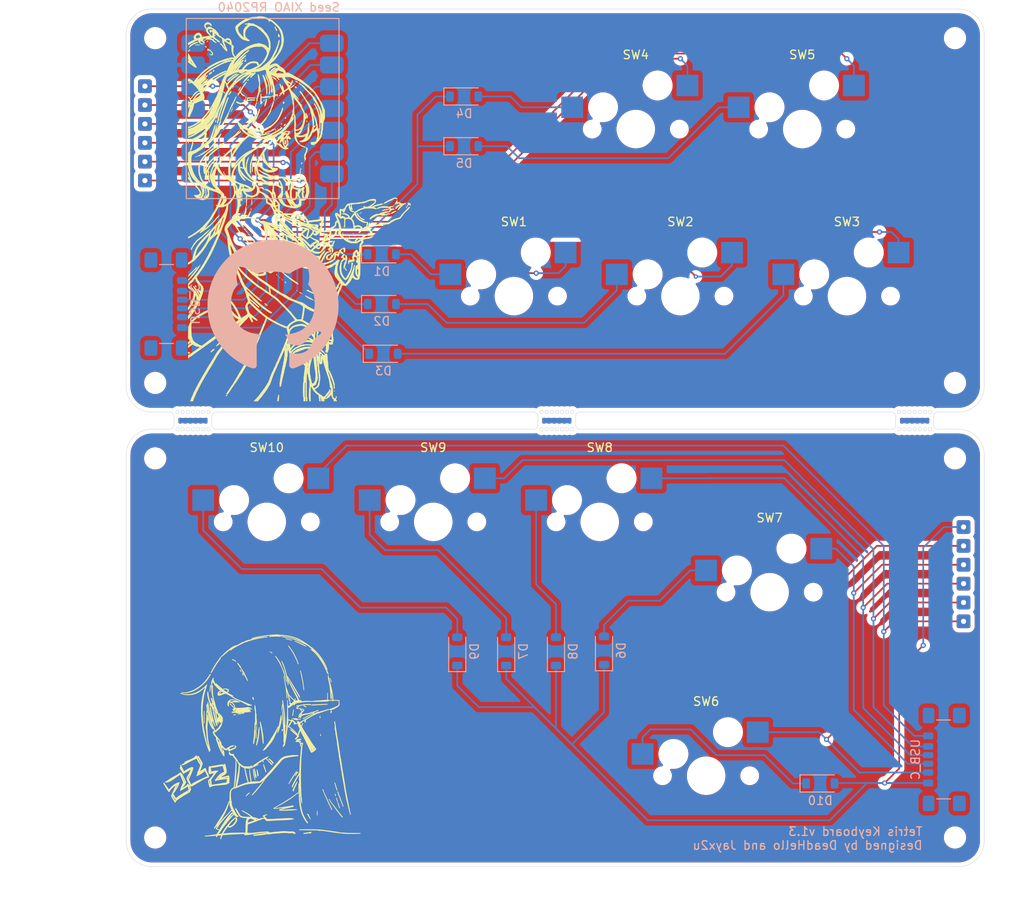
<source format=kicad_pcb>
(kicad_pcb (version 20240108) (generator "pcbnew") (generator_version "8.0")
  (layers (0 "F.Cu" signal) (31 "B.Cu" signal) (34 "B.Paste" user) (35 "F.Paste" user) (36 "B.SilkS" user "B.Silkscreen") (37 "F.SilkS" user "F.Silkscreen") (38 "B.Mask" user) (39 "F.Mask" user) (44 "Edge.Cuts" user))
  (net 0 "")
  (net 1 "Col5")
  (net 2 "Col4")
  (net 3 "Col2")
  (net 4 "Col3")
  (net 5 "Col1")
  (net 6 "Row2")
  (net 7 "Row1")
  (net 8 "Col5-B")
  (net 9 "Col4-B")
  (net 10 "Col3-B")
  (net 11 "Col1-B")
  (net 12 "Col2-B")
  (net 13 "Row2-B")
  (net 14 "GND")
  (footprint "LOGO" (layer "F.Cu") (at 39.300409 53.591122)
    (property "Reference" "G***" (hide yes))
    (property "Value" "LOGO" (hide yes))
  )
  (footprint "MountingHole:MountingHole_2.1mm" (layer "F.Cu") (at 22 128.4)
    (property "Reference" "2.1mm" (hide yes))
    (property "Value" "MountingHole_2.1mm")
  )
  (footprint "CherryMX_KailhSocket:CherryMX_1.00u_KailhSocket" (layer "F.Cu") (at 54.4 91.6)
    (property "Reference" "SW9")
    (property "Value" "CherryMX_1.00u_KailhSocket")
  )
  (footprint "" (layer "F.Cu") (at 20.8 47.4)
    (property "Reference" "")
    (property "Value" "")
  )
  (footprint "MountingHole:MountingHole_2.1mm" (layer "F.Cu") (at 115.2 128.4)
    (property "Reference" "2.1mm" (hide yes))
    (property "Value" "MountingHole_2.1mm")
  )
  (footprint "" (layer "F.Cu") (at 116.2 103.2)
    (property "Reference" "")
    (property "Value" "")
  )
  (footprint "" (layer "F.Cu") (at 116.2 92.2)
    (property "Reference" "")
    (property "Value" "")
  )
  (footprint "CherryMX_KailhSocket:CherryMX_1.00u_KailhSocket" (layer "F.Cu") (at 86.2 121.2)
    (property "Reference" "SW6")
    (property "Value" "CherryMX_1.00u_KailhSocket")
  )
  (footprint "CherryMX_KailhSocket:CherryMX_1.00u_KailhSocket" (layer "F.Cu") (at 63.8 65.28)
    (property "Reference" "SW1")
    (property "Value" "CherryMX_1.00u_KailhSocket")
  )
  (footprint "MountingHole:MountingHole_2.1mm" (layer "F.Cu") (at 115.2 35.2)
    (property "Reference" "2.1mm" (hide yes))
    (property "Value" "MountingHole_2.1mm")
  )
  (footprint "CherryMX_KailhSocket:CherryMX_1.00u_KailhSocket" (layer "F.Cu") (at 78 45.8)
    (property "Reference" "SW4")
    (property "Value" "CherryMX_1.00u_KailhSocket")
  )
  (footprint "" (layer "F.Cu") (at 20.8 51.8)
    (property "Reference" "")
    (property "Value" "")
  )
  (footprint "CherryMX_KailhSocket:CherryMX_1.00u_KailhSocket" (layer "F.Cu") (at 97.4 45.8)
    (property "Reference" "SW5")
    (property "Value" "CherryMX_1.00u_KailhSocket")
  )
  (footprint "" (layer "F.Cu") (at 116.2 94.4)
    (property "Reference" "")
    (property "Value" "")
  )
  (footprint "CherryMX_KailhSocket:CherryMX_1.00u_KailhSocket" (layer "F.Cu") (at 35 91.6)
    (property "Reference" "SW10")
    (property "Value" "CherryMX_1.00u_KailhSocket")
  )
  (footprint "" (layer "F.Cu") (at 20.8 45.2)
    (property "Reference" "")
    (property "Value" "")
  )
  (footprint "" (layer "F.Cu") (at 20.8 43)
    (property "Reference" "")
    (property "Value" "")
  )
  (footprint "CherryMX_KailhSocket:CherryMX_1.00u_KailhSocket" (layer "F.Cu") (at 93.6 99.8)
    (property "Reference" "SW7")
    (property "Value" "CherryMX_1.00u_KailhSocket")
  )
  (footprint "CherryMX_KailhSocket:CherryMX_1.00u_KailhSocket" (layer "F.Cu") (at 102.61 65.28)
    (property "Reference" "SW3")
    (property "Value" "CherryMX_1.00u_KailhSocket")
  )
  (footprint "" (layer "F.Cu") (at 116.2 96.6)
    (property "Reference" "")
    (property "Value" "")
  )
  (footprint "MountingHole:MountingHole_2.1mm" (layer "F.Cu") (at 22 84.2)
    (property "Reference" "2.1mm" (hide yes))
    (property "Value" "MountingHole_2.1mm")
  )
  (footprint "MountingHole:MountingHole_2.1mm" (layer "F.Cu") (at 22 35.2)
    (property "Reference" "2.1mm" (hide yes))
    (property "Value" "MountingHole_2.1mm")
  )
  (footprint "CherryMX_KailhSocket:CherryMX_1.00u_KailhSocket" (layer "F.Cu") (at 73.8 91.6)
    (property "Reference" "SW8")
    (property "Value" "CherryMX_1.00u_KailhSocket")
  )
  (footprint "LOGO" (layer "F.Cu") (at 51.5 45.4)
    (property "Reference" "G***" (hide yes))
    (property "Value" "LOGO" (hide yes))
  )
  (footprint "MountingHole:MountingHole_2.1mm" (layer "F.Cu") (at 115.2 84.2)
    (property "Reference" "REF**" (hide yes))
    (property "Value" "MountingHole_2.1mm")
  )
  (footprint "" (layer "F.Cu") (at 116.2 98.8)
    (property "Reference" "")
    (property "Value" "")
  )
  (footprint "CherryMX_KailhSocket:CherryMX_1.00u_KailhSocket" (layer "F.Cu") (at 83.2 65.28)
    (property "Reference" "SW2")
    (property "Value" "CherryMX_1.00u_KailhSocket")
  )
  (footprint "Connector_Wire:SolderWire-0.1sqmm_1x01_D0.4mm_OD1mm" (layer "F.Cu") (at 20.8 40.8)
    (property "Reference" "REF**" (hide yes))
    (property "Value" "SolderWire-0.1sqmm_1x01_D0.4mm_OD1mm")
  )
  (footprint "MountingHole:MountingHole_2.1mm" (layer "F.Cu") (at 115.2 75.4)
    (property "Reference" "REF**" (hide yes))
    (property "Value" "MountingHole_2.1mm")
  )
  (footprint "MountingHole:MountingHole_2.1mm" (layer "F.Cu") (at 22 75.4)
    (property "Reference" "2.1mm" (hide yes))
    (property "Value" "MountingHole_2.1mm")
  )
  (footprint "" (layer "F.Cu") (at 20.8 49.6)
    (property "Reference" "")
    (property "Value" "")
  )
  (footprint "LOGO" (layer "F.Cu") (at 35.2 117)
    (property "Reference" "NO" (hide yes))
    (property "Value" "LOGO" (hide yes))
  )
  (footprint "" (layer "F.Cu") (at 116.2 101)
    (property "Reference" "")
    (property "Value" "")
  )
  (footprint "LOGO" (layer "F.Cu") (at 61.908212 116.81918)
    (property "Reference" "G***" (hide yes))
    (property "Value" "LOGO" (hide yes))
  )
  (footprint "Connector_USB:USB_C_Receptacle_GCT_USB4135-GF-A_6P_TopMnt_Horizontal" (layer "B.Cu") (at 22.1 66.2 90)
    (property "Reference" "USB_C")
    (property "Value" "USB_C_Receptacle_GCT_USB4135-GF-A_6P_TopMnt_Horizontal")
  )
  (footprint "LOGO" (layer "B.Cu") (at 43.3 122.8 180)
    (property "Reference" "G***" (hide yes))
    (property "Value" "LOGO" (hide yes))
  )
  (footprint "Diode_SMD:D_SOD-123" (layer "B.Cu") (at 68.7 106.7 90)
    (property "Reference" "D8")
    (property "Value" "1N4148W")
  )
  (footprint "Diode_SMD:D_SOD-123" (layer "B.Cu") (at 62.9 106.7 90)
    (property "Reference" "D7")
    (property "Value" "1N4148W")
  )
  (footprint "Diode_SMD:D_SOD-123" (layer "B.Cu") (at 58 42)
    (property "Reference" "D4")
    (property "Value" "1N4148W")
  )
  (footprint "Diode_SMD:D_SOD-123" (layer "B.Cu") (at 99.5 122.1)
    (property "Reference" "D10")
    (property "Value" "1N4148W")
  )
  (footprint "LOGO" (layer "B.Cu") (at 35.7 66.2 180)
    (property "Reference" "G***" (hide yes))
    (property "Value" "LOGO" (hide yes))
  )
  (footprint "Diode_SMD:D_SOD-123" (layer "B.Cu") (at 57.2 106.7 90)
    (property "Reference" "D9")
    (property "Value" "1N4148W")
  )
  (footprint "Connector_USB:USB_C_Receptacle_GCT_USB4135-GF-A_6P_TopMnt_Horizontal" (layer "B.Cu") (at 115.1 119.3 -90)
    (property "Reference" "USB_C")
    (property "Value" "USB_C_Receptacle_GCT_USB4135-GF-A_6P_TopMnt_Horizontal")
  )
  (footprint "Diode_SMD:D_SOD-123" (layer "B.Cu") (at 74.3 106.6 90)
    (property "Reference" "D6")
    (property "Value" "1N4148W")
  )
  (footprint "Diode_SMD:D_SOD-123" (layer "B.Cu") (at 58 47.8)
    (property "Reference" "D5")
    (property "Value" "1N4148W")
  )
  (footprint "Diode_SMD:D_SOD-123" (layer "B.Cu") (at 48.4 60.4)
    (property "Reference" "D1")
    (property "Value" "1N4148W")
  )
  (footprint "XIAO_PCB:MOUDLE14P-SMD-2.54-21X17.8MM" (layer "B.Cu") (at 43.4175 53.905 180)
    (property "Reference" "Seed XIAO RP2040")
    (property "Value" "MOUDLE14P-SMD-2.54-21X17.8MM")
  )
  (footprint "Diode_SMD:D_SOD-123" (layer "B.Cu") (at 48.4 66.2)
    (property "Reference" "D2")
    (property "Value" "1N4148W")
  )
  (footprint "Diode_SMD:D_SOD-123" (layer "B.Cu") (at 48.6 72)
    (property "Reference" "D3")
    (property "Value" "1N4148W")
  )
  (gr_circle (center 67.6 78.8) (end 67.8 78.8) (stroke (width 0.05)) (fill none) (layer "Edge.Cuts"))
  (gr_circle (center 27.6 80.8) (end 27.8 80.8) (stroke (width 0.05)) (fill none) (layer "Edge.Cuts"))
  (gr_line (start 115.6 78.8) (end 113.2 78.8) (stroke (width 0.05)) (layer "Edge.Cuts"))
  (gr_arc (start 18.6 34.8) (mid 19.47868 32.67868) (end 21.6 31.8) (stroke (width 0.05)) (layer "Edge.Cuts"))
  (gr_circle (center 68.8 78.8) (end 69 78.8) (stroke (width 0.05)) (fill none) (layer "Edge.Cuts"))
  (gr_circle (center 108.7 78.8) (end 108.9 78.8) (stroke (width 0.05)) (fill none) (layer "Edge.Cuts"))
  (gr_line (start 66.6 79.3) (end 66.6 80.3) (stroke (width 0.05)) (layer "Edge.Cuts"))
  (gr_circle (center 28.2 80.8) (end 28.2 81) (stroke (width 0.05)) (fill none) (layer "Edge.Cuts"))
  (gr_circle (center 111.1 78.8) (end 111.3 78.8) (stroke (width 0.05)) (fill none) (layer "Edge.Cuts"))
  (gr_circle (center 111.7 78.8) (end 111.9 78.8) (stroke (width 0.05)) (fill none) (layer "Edge.Cuts"))
  (gr_arc (start 108.3 80.3) (mid 108.153553 80.653553) (end 107.8 80.8) (stroke (width 0.05)) (layer "Edge.Cuts"))
  (gr_circle (center 111.1 80.8) (end 111.3 80.8) (stroke (width 0.05)) (fill none) (layer "Edge.Cuts"))
  (gr_circle (center 67 78.8) (end 67.2 78.8) (stroke (width 0.05)) (fill none) (layer "Edge.Cuts"))
  (gr_circle (center 112.3 80.8) (end 112.3 81) (stroke (width 0.05)) (fill none) (layer "Edge.Cuts"))
  (gr_circle (center 24.6 80.8) (end 24.8 80.8) (stroke (width 0.05)) (fill none) (layer "Edge.Cuts"))
  (gr_line (start 18.6 75.8) (end 18.6 34.8) (stroke (width 0.05)) (layer "Edge.Cuts"))
  (gr_circle (center 68.8 80.8) (end 69 80.8) (stroke (width 0.05)) (fill none) (layer "Edge.Cuts"))
  (gr_arc (start 66.6 80.3) (mid 66.453553 80.653553) (end 66.1 80.8) (stroke (width 0.05)) (layer "Edge.Cuts"))
  (gr_arc (start 118.6 75.8) (mid 117.72132 77.92132) (end 115.6 78.8) (stroke (width 0.05)) (layer "Edge.Cuts"))
  (gr_arc (start 21.6 78.8) (mid 19.47868 77.92132) (end 18.6 75.8) (stroke (width 0.05)) (layer "Edge.Cuts"))
  (gr_line (start 115.61 131.8) (end 21.61 131.8) (stroke (width 0.05)) (layer "Edge.Cuts"))
  (gr_circle (center 70.6 80.8) (end 70.6 81) (stroke (width 0.05)) (fill none) (layer "Edge.Cuts"))
  (gr_circle (center 24.6 78.8) (end 24.8 78.8) (stroke (width 0.05)) (fill none) (layer "Edge.Cuts"))
  (gr_circle (center 69.4 80.8) (end 69.6 80.8) (stroke (width 0.05)) (fill none) (layer "Edge.Cuts"))
  (gr_circle (center 70 80.8) (end 70.2 80.8) (stroke (width 0.05)) (fill none) (layer "Edge.Cuts"))
  (gr_line (start 29.1 80.8) (end 66.1 80.8) (stroke (width 0.05)) (layer "Edge.Cuts"))
  (gr_arc (start 107.8 78.8) (mid 108.153553 78.946447) (end 108.3 79.3) (stroke (width 0.05)) (layer "Edge.Cuts"))
  (gr_circle (center 109.9 80.8) (end 110.1 80.8) (stroke (width 0.05)) (fill none) (layer "Edge.Cuts"))
  (gr_arc (start 24.2 80.3) (mid 24.053553 80.653553) (end 23.7 80.8) (stroke (width 0.05)) (layer "Edge.Cuts"))
  (gr_arc (start 115.61 80.8) (mid 117.73132 81.67868) (end 118.61 83.8) (stroke (width 0.05)) (layer "Edge.Cuts"))
  (gr_line (start 24.2 79.3) (end 24.2 80.3) (stroke (width 0.05)) (layer "Edge.Cuts"))
  (gr_circle (center 25.8 80.8) (end 26 80.8) (stroke (width 0.05)) (fill none) (layer "Edge.Cuts"))
  (gr_circle (center 109.9 78.8) (end 110.1 78.8) (stroke (width 0.05)) (fill none) (layer "Edge.Cuts"))
  (gr_circle (center 109.3 78.8) (end 109.5 78.8) (stroke (width 0.05)) (fill none) (layer "Edge.Cuts"))
  (gr_circle (center 25.2 80.8) (end 25.4 80.8) (stroke (width 0.05)) (fill none) (layer "Edge.Cuts"))
  (gr_arc (start 28.6 79.3) (mid 28.746447 78.946447) (end 29.1 78.8) (stroke (width 0.05)) (layer "Edge.Cuts"))
  (gr_circle (center 26.4 78.8) (end 26.6 78.8) (stroke (width 0.05)) (fill none) (layer "Edge.Cuts"))
  (gr_line (start 21.61 80.8) (end 23.7 80.8) (stroke (width 0.05)) (layer "Edge.Cuts"))
  (gr_arc (start 18.61 83.8) (mid 19.48868 81.67868) (end 21.61 80.8) (stroke (width 0.05)) (layer "Edge.Cuts"))
  (gr_arc (start 66.1 78.8) (mid 66.453553 78.946447) (end 66.6 79.3) (stroke (width 0.05)) (layer "Edge.Cuts"))
  (gr_circle (center 108.7 80.8) (end 108.9 80.8) (stroke (width 0.05)) (fill none) (layer "Edge.Cuts"))
  (gr_line (start 112.7 79.3) (end 112.7 80.3) (stroke (width 0.05)) (layer "Edge.Cuts"))
  (gr_line (start 28.6 79.3) (end 28.6 80.3) (stroke (width 0.05)) (layer "Edge.Cuts"))
  (gr_circle (center 112.3 78.8) (end 112.3 79) (stroke (width 0.05)) (fill none) (layer "Edge.Cuts"))
  (gr_circle (center 67 80.8) (end 67.2 80.8) (stroke (width 0.05)) (fill none) (layer "Edge.Cuts"))
  (gr_arc (start 118.61 128.8) (mid 117.73132 130.92132) (end 115.61 131.8) (stroke (width 0.05)) (layer "Edge.Cuts"))
  (gr_circle (center 67.6 80.8) (end 67.8 80.8) (stroke (width 0.05)) (fill none) (layer "Edge.Cuts"))
  (gr_circle (center 110.5 78.8) (end 110.7 78.8) (stroke (width 0.05)) (fill none) (layer "Edge.Cuts"))
  (gr_arc (start 113.2 80.8) (mid 112.846447 80.653553) (end 112.7 80.3) (stroke (width 0.05)) (layer "Edge.Cuts"))
  (gr_line (start 29.1 78.8) (end 66.1 78.8) (stroke (width 0.05)) (layer "Edge.Cuts"))
  (gr_circle (center 27 78.8) (end 27.2 78.8) (stroke (width 0.05)) (fill none) (layer "Edge.Cuts"))
  (gr_circle (center 111.7 80.8) (end 111.9 80.8) (stroke (width 0.05)) (fill none) (layer "Edge.Cuts"))
  (gr_circle (center 70.6 78.8) (end 70.6 79) (stroke (width 0.05)) (fill none) (layer "Edge.Cuts"))
  (gr_circle (center 68.2 80.8) (end 68.4 80.8) (stroke (width 0.05)) (fill none) (layer "Edge.Cuts"))
  (gr_line (start 23.7 78.8) (end 21.6 78.8) (stroke (width 0.05)) (layer "Edge.Cuts"))
  (gr_line (start 113.2 80.8) (end 115.61 80.8) (stroke (width 0.05)) (layer "Edge.Cuts"))
  (gr_line (start 71.5 80.8) (end 107.8 80.8) (stroke (width 0.05)) (layer "Edge.Cuts"))
  (gr_arc (start 115.6 31.8) (mid 117.72132 32.67868) (end 118.6 34.8) (stroke (width 0.05)) (layer "Edge.Cuts"))
  (gr_circle (center 25.8 78.8) (end 26 78.8) (stroke (width 0.05)) (fill none) (layer "Edge.Cuts"))
  (gr_line (start 21.6 31.8) (end 115.6 31.8) (stroke (width 0.05)) (layer "Edge.Cuts"))
  (gr_circle (center 68.2 78.8) (end 68.4 78.8) (stroke (width 0.05)) (fill none) (layer "Edge.Cuts"))
  (gr_circle (center 28.2 78.8) (end 28.2 79) (stroke (width 0.05)) (fill none) (layer "Edge.Cuts"))
  (gr_line (start 107.8 78.8) (end 71.5 78.8) (stroke (width 0.05)) (layer "Edge.Cuts"))
  (gr_circle (center 26.4 80.8) (end 26.6 80.8) (stroke (width 0.05)) (fill none) (layer "Edge.Cuts"))
  (gr_arc (start 112.7 79.3) (mid 112.846447 78.946447) (end 113.2 78.8) (stroke (width 0.05)) (layer "Edge.Cuts"))
  (gr_arc (start 71.5 80.8) (mid 71.146447 80.653553) (end 71 80.3) (stroke (width 0.05)) (layer "Edge.Cuts"))
  (gr_circle (center 25.2 78.8) (end 25.4 78.8) (stroke (width 0.05)) (fill none) (layer "Edge.Cuts"))
  (gr_circle (center 70 78.8) (end 70.2 78.8) (stroke (width 0.05)) (fill none) (layer "Edge.Cuts"))
  (gr_arc (start 71 79.3) (mid 71.146447 78.946447) (end 71.5 78.8) (stroke (width 0.05)) (layer "Edge.Cuts"))
  (gr_circle (center 27 80.8) (end 27.2 80.8) (stroke (width 0.05)) (fill none) (layer "Edge.Cuts"))
  (gr_circle (center 110.5 80.8) (end 110.7 80.8) (stroke (width 0.05)) (fill none) (layer "Edge.Cuts"))
  (gr_line (start 118.6 34.8) (end 118.6 75.8) (stroke (width 0.05)) (layer "Edge.Cuts"))
  (gr_circle (center 69.4 78.8) (end 69.6 78.8) (stroke (width 0.05)) (fill none) (layer "Edge.Cuts"))
  (gr_arc (start 23.7 78.8) (mid 24.053553 78.946447) (end 24.2 79.3) (stroke (width 0.05)) (layer "Edge.Cuts"))
  (gr_line (start 108.3 79.3) (end 108.3 80.3) (stroke (width 0.05)) (layer "Edge.Cuts"))
  (gr_circle (center 27.6 78.8) (end 27.8 78.8) (stroke (width 0.05)) (fill none) (layer "Edge.Cuts"))
  (gr_circle (center 109.3 80.8) (end 109.5 80.8) (stroke (width 0.05)) (fill none) (layer "Edge.Cuts"))
  (gr_line (start 118.61 83.8) (end 118.61 128.8) (stroke (width 0.05)) (layer "Edge.Cuts"))
  (gr_line (start 18.61 128.8) (end 18.61 83.8) (stroke (width 0.05)) (layer "Edge.Cuts"))
  (gr_arc (start 21.61 131.8) (mid 19.48868 130.92132) (end 18.61 128.8) (stroke (width 0.05)) (layer "Edge.Cuts"))
  (gr_line (start 71 79.3) (end 71 80.3) (stroke (width 0.05)) (layer "Edge.Cuts"))
  (gr_arc (start 29.1 80.8) (mid 28.746447 80.653553) (end 28.6 80.3) (stroke (width 0.05)) (layer "Edge.Cuts"))
  (gr_text "Tetris Keyboard v1.3\nDesigned by DeadHello and Jayx2u" (at 111.5 129.9 0) (layer "B.SilkS") (effects (font (size 1 1)) (justify left bottom mirror)))
  (segment (start 38.8 51.8) (end 20.8 51.8) (width 0.2) (layer "F.Cu") (net 1))
  (segment (start 102.6 37.6) (end 102 37) (width 0.2) (layer "F.Cu") (net 1))
  (segment (start 55.56 56.6) (end 39.1 56.6) (width 0.2) (layer "F.Cu") (net 1))
  (segment (start 75.16 37) (end 55.56 56.6) (width 0.2) (layer "F.Cu") (net 1))
  (segment (start 102 37) (end 75.16 37) (width 0.2) (layer "F.Cu") (net 1))
  (segment (start 39.1 56.6) (end 38.63 56.13) (width 0.2) (layer "F.Cu") (net 1))
  (via (at 102.6 37.6) (size 0.6) (drill 0.3) (layers "F.Cu" "B.Cu") (net 1))
  (via (at 38.63 56.13) (size 0.6) (drill 0.3) (layers "F.Cu" "B.Cu") (net 1))
  (via (at 38.8 51.8) (size 0.6) (drill 0.3) (layers "F.Cu" "B.Cu") (net 1))
  (segment (start 39.4 51.8) (end 38.8 51.8) (width 0.2) (layer "B.Cu") (net 1))
  (segment (start 38.63 56.13) (end 38.56 56.2) (width 0.2) (layer "B.Cu") (net 1))
  (segment (start 38.56 64.64) (end 35.4 67.8) (width 0.2) (layer "B.Cu") (net 1))
  (segment (start 40.715 48.485) (end 40 49.2) (width 0.2) (layer "B.Cu") (net 1))
  (segment (start 42.5825 48.485) (end 40.715 48.485) (width 0.2) (layer "B.Cu") (net 1))
  (segment (start 103.415 40.72) (end 103.415 38.415) (width 0.2) (layer "B.Cu") (net 1))
  (segment (start 38.56 56.2) (end 38.56 64.64) (width 0.2) (layer "B.Cu") (net 1))
  (segment (start 40 54.76) (end 38.63 56.13) (width 0.2) (layer "B.Cu") (net 1))
  (segment (start 40 52.4) (end 39.4 51.8) (width 0.2) (layer "B.Cu") (net 1))
  (segment (start 34.25 68.95) (end 35.4 67.8) (width 0.2) (layer "B.Cu") (net 1))
  (segment (start 40 52.4) (end 40 54.76) (width 0.2) (layer "B.Cu") (net 1))
  (segment (start 40 49.2) (end 40 52.4) (width 0.2) (layer "B.Cu") (net 1))
  (segment (start 103.415 38.415) (end 102.6 37.6) (width 0.2) (layer "B.Cu") (net 1))
  (segment (start 25.1325 68.95) (end 34.25 68.95) (width 0.2) (layer "B.Cu") (net 1))
  (segment (start 36.9 49.7) (end 36.8 49.6) (width 0.2) (layer "F.Cu") (net 2))
  (segment (start 56.16 57.2) (end 37.16 57.2) (width 0.2) (layer "F.Cu") (net 2))
  (segment (start 36.8 49.6) (end 20.8 49.6) (width 0.2) (layer "F.Cu") (net 2))
  (segment (start 83.2 37.6) (end 75.76 37.6) (width 0.2) (layer "F.Cu") (net 2))
  (segment (start 75.76 37.6) (end 56.16 57.2) (width 0.2) (layer "F.Cu") (net 2))
  (segment (start 37.16 57.2) (end 36.36 56.4) (width 0.2) (layer "F.Cu") (net 2))
  (via (at 36.36 56.4) (size 0.6) (drill 0.3) (layers "F.Cu" "B.Cu") (net 2))
  (via (at 83.2 37.6) (size 0.6) (drill 0.3) (layers "F.Cu" "B.Cu") (net 2))
  (via (at 36.9 49.7) (size 0.6) (drill 0.3) (layers "F.Cu" "B.Cu") (net 2))
  (segment (start 37.8 50) (end 37.8 54.96) (width 0.2) (layer "B.Cu") (net 2))
  (segment (start 34.4 66.8) (end 36.36 64.84) (width 0.2) (layer "B.Cu") (net 2))
  (segment (start 36.9 49.7) (end 37.4 49.7) (width 0.2) (layer "B.Cu") (net 2))
  (segment (start 37.8 54.96) (end 36.36 56.4) (width 0.2) (layer "B.Cu") (net 2))
  (segment (start 37.4 49.7) (end 37.8 50.1) (width 0.2) (layer "B.Cu") (net 2))
  (segment (start 84.015 40.72) (end 84.015 38.415) (width 0.2) (layer "B.Cu") (net 2))
  (segment (start 36.36 64.84) (end 36.36 56.4) (width 0.2) (layer "B.Cu") (net 2))
  (segment (start 34.4 66.805736) (end 33.485736 67.72) (width 0.2) (layer "B.Cu") (net 2))
  (segment (start 42.5825 45.945) (end 40.355 45.945) (width 0.2) (layer "B.Cu") (net 2))
  (segment (start 33.485736 67.72) (end 25.2325 67.72) (width 0.2) (layer "B.Cu") (net 2))
  (segment (start 37.8 48.5) (end 37.8 50) (width 0.2) (layer "B.Cu") (net 2))
  (segment (start 40.355 45.945) (end 37.8 48.5) (width 0.2) (layer "B.Cu") (net 2))
  (segment (start 84.015 38.415) (end 83.2 37.6) (width 0.2) (layer "B.Cu") (net 2))
  (segment (start 34.506 58.346) (end 80.346 58.346) (width 0.2) (layer "F.Cu") (net 3))
  (segment (start 32.56 56.4) (end 34.506 58.346) (width 0.2) (layer "F.Cu") (net 3))
  (segment (start 33.9 45.9) (end 33.2 45.2) (width 0.2) (layer "F.Cu") (net 3))
  (segment (start 33.2 45.2) (end 20.8 45.2) (width 0.2) (layer "F.Cu") (net 3))
  (segment (start 31.7 56.4) (end 32.56 56.4) (width 0.2) (layer "F.Cu") (net 3))
  (segment (start 80.346 58.346) (end 85 63) (width 0.2) (layer "F.Cu") (net 3))
  (via (at 31.7 56.4) (size 0.6) (drill 0.3) (layers "F.Cu" "B.Cu") (net 3))
  (via (at 85 63) (size 0.5) (drill 0.2) (layers "F.Cu" "B.Cu") (net 3))
  (via (at 33.9 45.9) (size 0.6) (drill 0.3) (layers "F.Cu" "B.Cu") (net 3))
  (segment (start 31.7 56.06) (end 33.9 53.86) (width 0.2) (layer "B.Cu") (net 3))
  (segment (start 42.5825 40.865) (end 40.735 40.865) (width 0.2) (layer "B.Cu") (net 3))
  (segment (start 33.96 64.04) (end 32.3 65.7) (width 0.2) (layer "B.Cu") (net 3))
  (segment (start 87.9 63) (end 85 63) (width 0.2) (layer "B.Cu") (net 3))
  (segment (start 33.9 53.86) (end 33.9 47.7) (width 0.2) (layer "B.Cu") (net 3))
  (segment (start 40.735 40.865) (end 34.75 46.85) (width 0.2) (layer "B.Cu") (net 3))
  (segment (start 31.7 56.4) (end 31.7 56.06) (width 0.2) (layer "B.Cu") (net 3))
  (segment (start 32.3 65.7) (end 25.2325 65.7) (width 0.2) (layer "B.Cu") (net 3))
  (segment (start 31.7 56.4) (end 31.7 56.74) (width 0.2) (layer "B.Cu") (net 3))
  (segment (start 34.75 46.85) (end 34.75 46.75) (width 0.2) (layer "B.Cu") (net 3))
  (segment (start 89.215 61.685) (end 87.9 63) (width 0.2) (layer "B.Cu") (net 3))
  (segment (start 31.7 56.74) (end 33.96 59) (width 0.2) (layer "B.Cu") (net 3))
  (segment (start 89.215 60.2) (end 89.215 61.685) (width 0.2) (layer "B.Cu") (net 3))
  (segment (start 34.75 46.75) (end 33.9 45.9) (width 0.2) (layer "B.Cu") (net 3))
  (segment (start 33.96 59) (end 33.96 64.04) (width 0.2) (layer "B.Cu") (net 3))
  (segment (start 33.9 47.7) (end 34.75 46.85) (width 0.2) (layer "B.Cu") (net 3))
  (segment (start 36.2 57.8) (end 34.8 56.4) (width 0.2) (layer "F.Cu") (net 4))
  (segment (start 35.4 47.4) (end 20.8 47.4) (width 0.2) (layer "F.Cu") (net 4))
  (segment (start 106.4 57.8) (end 36.2 57.8) (width 0.2) (layer "F.Cu") (net 4))
  (segment (start 34.8 56.4) (end 33.96 56.4) (width 0.2) (layer "F.Cu") (net 4))
  (via (at 33.96 56.4) (size 0.6) (drill 0.3) (layers "F.Cu" "B.Cu") (net 4))
  (via (at 35.4 47.4) (size 0.6) (drill 0.3) (layers "F.Cu" "B.Cu") (net 4))
  (via (at 106.4 57.8) (size 0.6) (drill 0.3) (layers "F.Cu" "B.Cu") (net 4))
  (segment (start 107.8 57.8) (end 108.625 58.625) (width 0.2) (layer "B.Cu") (net 4))
  (segment (start 42.5825 43.405) (end 40.595 43.405) (width 0.2) (layer "B.Cu") (net 4))
  (segment (start 34.96 64.64) (end 34.96 57.4) (width 0.2) (layer "B.Cu") (net 4))
  (segment (start 108.625 58.625) (end 108.625 60.2) (width 0.2) (layer "B.Cu") (net 4))
  (segment (start 35.6 47.4) (end 35.8 47.6) (width 0.2) (layer "B.Cu") (net 4))
  (segment (start 33.6 66) (end 32.9 66.7) (width 0.2) (layer "B.Cu") (net 4))
  (segment (start 33.6 66) (end 34.96 64.64) (width 0.2) (layer "B.Cu") (net 4))
  (segment (start 32.9 66.7) (end 25.2325 66.7) (width 0.2) (layer "B.Cu") (net 4))
  (segment (start 40.595 43.405) (end 35.8 48.2) (width 0.2) (layer "B.Cu") (net 4))
  (segment (start 106.4 57.8) (end 107.8 57.8) (width 0.2) (layer "B.Cu") (net 4))
  (segment (start 35.8 54.56) (end 33.96 56.4) (width 0.2) (layer "B.Cu") (net 4))
  (segment (start 35.4 47.4) (end 35.6 47.4) (width 0.2) (layer "B.Cu") (net 4))
  (segment (start 34.96 57.4) (end 33.96 56.4) (width 0.2) (layer "B.Cu") (net 4))
  (segment (start 35.8 48.2) (end 35.8 54.56) (width 0.2) (layer "B.Cu") (net 4))
  (segment (start 35.8 47.6) (end 35.8 48.2) (width 0.2) (layer "B.Cu") (net 4))
  (segment (start 33.1 43.8) (end 32.3 43) (width 0.2) (layer "F.Cu") (net 5))
  (segment (start 31.9 58.6) (end 32.2 58.9) (width 0.2) (layer "F.Cu") (net 5))
  (segment (start 65.2 62.6) (end 66.4 62.6) (width 0.2) (layer "F.Cu") (net 5))
  (segment (start 32.2 58.9) (end 61.5 58.9) (width 0.2) (layer "F.Cu") (net 5))
  (segment (start 61.5 58.9) (end 65.2 62.6) (width 0.2) (layer "F.Cu") (net 5))
  (segment (start 32.3 43) (end 20.8 43) (width 0.2) (layer "F.Cu") (net 5))
  (via (at 31.9 58.6) (size 0.6) (drill 0.3) (layers "F.Cu" "B.Cu") (net 5))
  (via (at 66.4 62.6) (size 0.6) (drill 0.3) (layers "F.Cu" "B.Cu") (net 5))
  (via (at 33.1 43.8) (size 0.6) (drill 0.3) (layers "F.Cu" "B.Cu") (net 5))
  (segment (start 32.6 59.3) (end 32.6 62.955148) (width 0.2) (layer "B.Cu") (net 5))
  (segment (start 33.1 43.8) (end 33.876875 44.576875) (width 0.2) (layer "B.Cu") (net 5))
  (segment (start 40.12875 38.325) (end 42.5825 38.325) (width 0.2) (layer "B.Cu") (net 5))
  (segment (start 69.815 61.785) (end 69.815 60.2) (width 0.2) (layer "B.Cu") (net 5))
  (segment (start 31.9 58.6) (end 30.76 57.46) (width 0.2) (layer "B.Cu") (net 5))
  (segment (start 30.76 47.69375) (end 33.876875 44.576875) (width 0.2) (layer "B.Cu") (net 5))
  (segment (start 30.76 57.46) (end 30.76 47.69375) (width 0.2) (layer "B.Cu") (net 5))
  (segment (start 69 62.6) (end 69.815 61.785) (width 0.2) (layer "B.Cu") (net 5))
  (segment (start 33.876875 44.576875) (end 40.12875 38.325) (width 0.2) (layer "B.Cu") (net 5))
  (segment (start 31.9 58.6) (end 32.6 59.3) (width 0.2) (layer "B.Cu") (net 5))
  (segment (start 30.855148 64.7) (end 25.1525 64.7) (width 0.2) (layer "B.Cu") (net 5))
  (segment (start 32.6 62.955148) (end 30.855148 64.7) (width 0.2) (layer "B.Cu") (net 5))
  (segment (start 66.4 62.6) (end 69 62.6) (width 0.2) (layer "B.Cu") (net 5))
  (segment (start 28.7 40.8) (end 20.8 40.8) (width 0.2) (layer "F.Cu") (net 6))
  (via (at 28.7 40.8) (size 0.6) (drill 0.3) (layers "F.Cu" "B.Cu") (net 6))
  (segment (start 31.56 62.44) (end 31.56 59.76) (width 0.2) (layer "B.Cu") (net 6))
  (segment (start 31.56 59.76) (end 29.4 57.6) (width 0.2) (layer "B.Cu") (net 6))
  (segment (start 29.4 46.38375) (end 33.241875 42.541875) (width 0.2) (layer "B.Cu") (net 6))
  (segment (start 33.241875 42.541875) (end 31.5 40.8) (width 0.2) (layer "B.Cu") (net 6))
  (segment (start 39.99875 35.785) (end 42.5825 35.785) (width 0.2) (layer "B.Cu") (net 6))
  (segment (start 25.1325 63.55) (end 30.45 63.55) (width 0.2) (layer "B.Cu") (net 6))
  (segment (start 30.45 63.55) (end 31.56 62.44) (width 0.2) (layer "B.Cu") (net 6))
  (segment (start 31.5 40.8) (end 28.7 40.8) (width 0.2) (layer "B.Cu") (net 6))
  (segment (start 33.241875 42.541875) (end 39.99875 35.785) (width 0.2) (layer "B.Cu") (net 6))
  (segment (start 29.4 57.6) (end 29.4 46.38375) (width 0.2) (layer "B.Cu") (net 6))
  (segment (start 41.76 60.4) (end 41.76 58.4) (width 0.2) (layer "B.Cu") (net 7))
  (segment (start 52.56 48) (end 52.56 52.2) (width 0.2) (layer "B.Cu") (net 7))
  (segment (start 56.35 42) (end 54.68 42) (width 0.2) (layer "B.Cu") (net 7))
  (segment (start 51.8 60.4) (end 54.14 62.74) (width 0.2) (layer "B.Cu") (net 7))
  (segment (start 41.76 62.6) (end 41.76 66.8) (width 0.2) (layer "B.Cu") (net 7))
  (segment (start 64.66 43.26) (end 70.59 43.26) (width 0.2) (layer "B.Cu") (net 7))
  (segment (start 46.75 60.4) (end 41.76 60.4) (width 0.2) (layer "B.Cu") (net 7))
  (segment (start 41.76 55.44) (end 41.76 58) (width 0.2) (layer "B.Cu") (net 7))
  (segment (start 52.56 44.12) (end 52.56 48) (width 0.2) (layer "B.Cu") (net 7))
  (segment (start 95.2 62.74) (end 95.2 65.2) (width 0.2) (layer "B.Cu") (net 7))
  (segment (start 55.96 68.4) (end 53.76 66.2) (width 0.2) (layer "B.Cu") (net 7))
  (segment (start 63 47.8) (end 59.65 47.8) (width 0.2) (layer "B.Cu") (net 7))
  (segment (start 42.5825 54.6175) (end 41.76 55.44) (width 0.2) (layer "B.Cu") (net 7))
  (segment (start 50.05 60.4) (end 51.8 60.4) (width 0.2) (layer "B.Cu") (net 7))
  (segment (start 72 68.4) (end 55.96 68.4) (width 0.2) (layer "B.Cu") (net 7))
  (segment (start 75.79 64.61) (end 72 68.4) (width 0.2) (layer "B.Cu") (net 7))
  (segment (start 41.76 66.8) (end 46.95 71.99) (width 0.2) (layer "B.Cu") (net 7))
  (segment (start 41.76 58) (end 41.76 58.4) (width 0.2) (layer "B.Cu") (net 7))
  (segment (start 45.36 66.2) (end 41.76 62.6) (width 0.2) (layer "B.Cu") (net 7))
  (segment (start 53.76 66.2) (end 50.05 66.2) (width 0.2) (layer "B.Cu") (net 7))
  (segment (start 54.68 42) (end 52.56 44.12) (width 0.2) (layer "B.Cu") (net 7))
  (segment (start 89.99 43.26) (end 87.74 43.26) (width 0.2) (layer "B.Cu") (net 7))
  (segment (start 95.2 65.2) (end 88.4 72) (width 0.2) (layer "B.Cu") (net 7))
  (segment (start 81.8 49.2) (end 64.4 49.2) (width 0.2) (layer "B.Cu") (net 7))
  (segment (start 54.14 62.74) (end 56.39 62.74) (width 0.2) (layer "B.Cu") (net 7))
  (segment (start 88.4 72) (end 50.25 72) (width 0.2) (layer "B.Cu") (net 7))
  (segment (start 59.65 42) (end 63.4 42) (width 0.2) (layer "B.Cu") (net 7))
  (segment (start 42.5825 51.025) (end 42.5825 54.6175) (width 0.2) (layer "B.Cu") (net 7))
  (segment (start 87.74 43.26) (end 81.8 49.2) (width 0.2) (layer "B.Cu") (net 7))
  (segment (start 75.79 62.74) (end 75.79 64.61) (width 0.2) (layer "B.Cu") (net 7))
  (segment (start 63.4 42) (end 64.66 43.26) (width 0.2) (layer "B.Cu") (net 7))
  (segment (start 46.76 58) (end 41.76 58) (width 0.2) (layer "B.Cu") (net 7))
  (segment (start 56.35 47.8) (end 52.56 47.8) (width 0.2) (layer "B.Cu") (net 7))
  (segment (start 52.56 52.2) (end 46.76 58) (width 0.2) (layer "B.Cu") (net 7))
  (segment (start 41.76 58.4) (end 41.76 62.6) (width 0.2) (layer "B.Cu") (net 7))
  (segment (start 46.75 66.2) (end 45.36 66.2) (width 0.2) (layer "B.Cu") (net 7))
  (segment (start 64.4 49.2) (end 63 47.8) (width 0.2) (layer "B.Cu") (net 7))
  (segment (start 116.2 103.2) (end 108.1 103.2) (width 0.2) (layer "F.Cu") (net 8))
  (segment (start 108.1 103.2) (end 106.9 104.4) (width 0.2) (layer "F.Cu") (net 8))
  (via (at 106.9 104.4) (size 0.6) (drill 0.3) (layers "F.Cu" "B.Cu") (net 8))
  (segment (start 112.0675 116.55) (end 110.45 116.55) (width 0.2) (layer "B.Cu") (net 8))
  (segment (start 106.9 103.2) (end 106.9 94.4) (width 0.2) (layer "B.Cu") (net 8))
  (segment (start 106.9 104.4) (end 106.9 103.2) (width 0.2) (layer "B.Cu") (net 8))
  (segment (start 44.3 82.7) (end 41.015 85.985) (width 0.2) (layer "B.Cu") (net 8))
  (segment (start 106.9 94.4) (end 95.2 82.7) (width 0.2) (layer "B.Cu") (net 8))
  (segment (start 106.9 113) (end 106.9 104.4) (width 0.2) (layer "B.Cu") (net 8))
  (segment (start 110.45 116.55) (end 106.9 113) (width 0.2) (layer "B.Cu") (net 8))
  (segment (start 95.2 82.7) (end 44.3 82.7) (width 0.2) (layer "B.Cu") (net 8))
  (segment (start 116.2 101) (end 107.6 101) (width 0.2) (layer "F.Cu") (net 9))
  (segment (start 107.6 101) (end 105.7 102.9) (width 0.2) (layer "F.Cu") (net 9))
  (via (at 105.7 102.9) (size 0.6) (drill 0.3) (layers "F.Cu" "B.Cu") (net 9))
  (segment (start 95.3 84.4) (end 64.8 84.4) (width 0.2) (layer "B.Cu") (net 9))
  (segment (start 105.7 94.8) (end 95.3 84.4) (width 0.2) (layer "B.Cu") (net 9))
  (segment (start 62.68 86.52) (end 60.415 86.52) (width 0.2) (layer "B.Cu") (net 9))
  (segment (start 105.7 102.9) (end 105.7 94.8) (width 0.2) (layer "B.Cu") (net 9))
  (segment (start 105.7 113.2) (end 105.7 102.9) (width 0.2) (layer "B.Cu") (net 9))
  (segment (start 110.28 117.78) (end 105.7 113.2) (width 0.2) (layer "B.Cu") (net 9))
  (segment (start 64.8 84.4) (end 62.68 86.52) (width 0.2) (layer "B.Cu") (net 9))
  (segment (start 112.0675 117.78) (end 110.28 117.78) (width 0.2) (layer "B.Cu") (net 9))
  (segment (start 116.2 98.8) (end 107.3 98.8) (width 0.2) (layer "F.Cu") (net 10))
  (segment (start 107.3 98.8) (end 104.5 101.6) (width 0.2) (layer "F.Cu") (net 10))
  (via (at 104.5 101.6) (size 0.6) (drill 0.3) (layers "F.Cu" "B.Cu") (net 10))
  (segment (start 104.5 113.3) (end 104.5 101.6) (width 0.2) (layer "B.Cu") (net 10))
  (segment (start 112.0675 118.8) (end 110 118.8) (width 0.2) (layer "B.Cu") (net 10))
  (segment (start 110 118.8) (end 104.5 113.3) (width 0.2) (layer "B.Cu") (net 10))
  (segment (start 86.68 86.52) (end 79.815 86.52) (width 0.2) (layer "B.Cu") (net 10))
  (segment (start 104.5 101.6) (end 104.5 95.7) (width 0.2) (layer "B.Cu") (net 10))
  (segment (start 104.5 95.7) (end 95.3 86.5) (width 0.2) (layer "B.Cu") (net 10))
  (segment (start 86.7 86.5) (end 86.68 86.52) (width 0.2) (layer "B.Cu") (net 10))
  (segment (start 95.3 86.5) (end 86.7 86.5) (width 0.2) (layer "B.Cu") (net 10))
  (segment (start 116.2 94.4) (end 106.1 94.4) (width 0.2) (layer "F.Cu") (net 11))
  (segment (start 102.05 115.15) (end 100.23 116.97) (width 0.2) (layer "F.Cu") (net 11))
  (segment (start 106.1 94.4) (end 102.05 98.45) (width 0.2) (layer "F.Cu") (net 11))
  (segment (start 102.05 98.45) (end 102.05 115.15) (width 0.2) (layer "F.Cu") (net 11))
  (via (at 100.23 116.97) (size 0.6) (drill 0.3) (layers "F.Cu" "B.Cu") (net 11))
  (segment (start 100.23 116.97) (end 99.38 116.12) (width 0.2) (layer "B.Cu") (net 11))
  (segment (start 112.0675 120.82) (end 104.08 120.82) (width 0.2) (layer "B.Cu") (net 11))
  (segment (start 104.08 120.82) (end 100.23 116.97) (width 0.2) (layer "B.Cu") (net 11))
  (segment (start 99.38 116.12) (end 92.215 116.12) (width 0.2) (layer "B.Cu") (net 11))
  (segment (start 116.2 96.6) (end 106.7 96.6) (width 0.2) (layer "F.Cu") (net 12))
  (segment (start 106.7 96.6) (end 103.4 99.9) (width 0.2) (layer "F.Cu") (net 12))
  (via (at 103.4 99.9) (size 0.6) (drill 0.3) (layers "F.Cu" "B.Cu") (net 12))
  (segment (start 103.4 96.8) (end 101.32 94.72) (width 0.2) (layer "B.Cu") (net 12))
  (segment (start 103.4 113.5) (end 103.4 99.9) (width 0.2) (layer "B.Cu") (net 12))
  (segment (start 109.7 119.8) (end 103.4 113.5) (width 0.2) (layer "B.Cu") (net 12))
  (segment (start 101.32 94.72) (end 99.615 94.72) (width 0.2) (layer "B.Cu") (net 12))
  (segment (start 103.4 99.9) (end 103.4 96.8) (width 0.2) (layer "B.Cu") (net 12))
  (segment (start 112.0675 119.8) (end 109.7 119.8) (width 0.2) (layer "B.Cu") (net 12))
  (segment (start 107 122.05) (end 108.7 120.35) (width 0.2) (layer "F.Cu") (net 13))
  (segment (start 108.7 108.8) (end 111.5 106) (width 0.2) (layer "F.Cu") (net 13))
  (segment (start 108.7 120.35) (end 108.7 108.8) (width 0.2) (layer "F.Cu") (net 13))
  (via (at 107 122.05) (size 0.6) (drill 0.3) (layers "F.Cu" "B.Cu") (net 13))
  (via (at 111.5 106) (size 0.6) (drill 0.3) (layers "F.Cu" "B.Cu") (net 13))
  (segment (start 57.2 108.35) (end 57.2 110.7) (width 0.2) (layer "B.Cu") (net 13))
  (segment (start 32.1 97.1) (end 41.4 97.1) (width 0.2) (layer "B.Cu") (net 13))
  (segment (start 66.2 113.2) (end 71.55 118.55) (width 0.2) (layer "B.Cu") (net 13))
  (segment (start 59.7 113.2) (end 66.2 113.2) (width 0.2) (layer "B.Cu") (net 13))
  (segment (start 68.7 115.7) (end 69.35 116.35) (width 0.2) (layer "B.Cu") (net 13))
  (segment (start 57.2 102.9) (end 57.2 105.05) (width 0.2) (layer "B.Cu") (net 13))
  (segment (start 69.35 116.35) (end 62.9 109.9) (width 0.2) (layer "B.Cu") (net 13))
  (segment (start 55.9 101.6) (end 57.2 102.9) (width 0.2) (layer "B.Cu") (net 13))
  (segment (start 74.3 108.25) (end 74.3 113.8) (width 0.2) (layer "B.Cu") (net 13))
  (segment (start 28.55 93.55) (end 32.1 97.1) (width 0.2) (layer "B.Cu") (net 13))
  (segment (start 78.79 116.71) (end 78.79 118.66) (width 0.2) (layer "B.Cu") (net 13))
  (segment (start 101.2 122.05) (end 101.15 122.1) (width 0.2) (layer "B.Cu") (net 13))
  (segment (start 81.5 115.8) (end 79.7 115.8) (width 0.2) (layer "B.Cu") (net 13))
  (segment (start 112.0675 122.05) (end 101.2 122.05) (width 0.2) (layer "B.Cu") (net 13))
  (segment (start 104.95 122.05) (end 100.6 126.4) (width 0.2) (layer "B.Cu") (net 13))
  (segment (start 112.0675 122.05) (end 104.95 122.05) (width 0.2) (layer "B.Cu") (net 13))
  (segment (start 27.59 92.59) (end 27.59 89.06) (width 0.2) (layer "B.Cu") (net 13))
  (segment (start 62.9 109.9) (end 62.9 108.35) (width 0.2) (layer "B.Cu") (net 13))
  (segment (start 100.6 126.4) (end 79.4 126.4) (width 0.2) (layer "B.Cu") (net 13))
  (segment (start 93 118.8) (end 96.3 122.1) (width 0.2) (layer "B.Cu") (net 13))
  (segment (start 77.1 100.8) (end 74.3 103.6) (width 0.2) (layer "B.Cu") (net 13))
  (segment (start 66.39 92) (end 66.39 89.06) (width 0.2) (layer "B.Cu") (net 13))
  (segment (start 68.7 108.35) (end 68.7 115.7) (width 0.2) (layer "B.Cu") (net 13))
  (segment (start 82.4 99.2) (end 80.8 100.8) (width 0.2) (layer "B.Cu") (net 13))
  (segment (start 79.4 126.4) (end 69.35 116.35) (width 0.2) (layer "B.Cu") (net 13))
  (segment (start 66.39 92) (end 66.39 98.89) (width 0.2) (layer "B.Cu") (net 13))
  (segment (start 66.39 98.89) (end 68.7 101.2) (width 0.2) (layer "B.Cu") (net 13))
  (segment (start 48.8 94.9) (end 55 94.9) (width 0.2) (layer "B.Cu") (net 13))
  (segment (start 113.9 92.2) (end 116.2 92.2) (width 0.2) (layer "B.Cu") (net 13))
  (segment (start 87.4 118.8) (end 93 118.8) (width 0.2) (layer "B.Cu") (net 13))
  (segment (start 28.55 93.55) (end 27.59 92.59) (width 0.2) (layer "B.Cu") (net 13))
  (segment (start 55 94.9) (end 62.9 102.8) (width 0.2) (layer "B.Cu") (net 13))
  (segment (start 41.4 97.1) (end 45.9 101.6) (width 0.2) (layer "B.Cu") (net 13))
  (segment (start 68.7 101.2) (end 68.7 105.05) (width 0.2) (layer "B.Cu") (net 13))
  (segment (start 74.3 113.8) (end 70.55 117.55) (width 0.2) (layer "B.Cu") (net 13))
  (segment (start 84.34 97.26) (end 86.19 97.26) (width 0.2) (layer "B.Cu") (net 13))
  (segment (start 62.9 102.8) (end 62.9 105.05) (width 0.2) (layer "B.Cu") (net 13))
  (segment (start 79.7 115.8) (end 78.79 116.71) (width 0.2) (layer "B.Cu") (net 13))
  (segment (start 111.5 94.6) (end 113.9 92.2) (width 0.2) (layer "B.Cu") (net 13))
  (segment (start 84.4 115.8) (end 87.4 118.8) (width 0.2) (layer "B.Cu") (net 13))
  (segment (start 96.3 122.1) (end 97.75 122.1) (width 0.2) (layer "B.Cu") (net 13))
  (segment (start 45.9 101.6) (end 55.9 101.6) (width 0.2) (layer "B.Cu") (net 13))
  (segment (start 74.3 103.6) (end 74.3 104.95) (width 0.2) (layer "B.Cu") (net 13))
  (segment (start 46.99 93.09) (end 46.99 89.06) (width 0.2) (layer "B.Cu") (net 13))
  (segment (start 48.8 94.9) (end 46.99 93.09) (width 0.2) (layer "B.Cu") (net 13))
  (segment (start 57.2 110.7) (end 59.7 113.2) (width 0.2) (layer "B.Cu") (net 13))
  (segment (start 111.5 106) (end 111.5 94.6) (width 0.2) (layer "B.Cu") (net 13))
  (segment (start 81.5 115.8) (end 84.4 115.8) (width 0.2) (layer "B.Cu") (net 13))
  (segment (start 80.8 100.8) (end 77.1 100.8) (width 0.2) (layer "B.Cu") (net 13))
  (segment (start 82.4 99.2) (end 84.34 97.26) (width 0.2) (layer "B.Cu") (net 13))
  (zone (net 14) (net_name "GND") (layers "F&B.Cu") (connect_pads (clearance 0.5)) (min_thickness 0.25) (fill yes (thermal_gap 0.5) (thermal_bridge_width 0.5) (island_removal_mode 1) (island_area_min 10))
    (polygon (pts (xy 18.8 32) (xy 18.8 131.5) (xy 118.4 131.4) (xy 118.5 32)))
  )
)
</source>
